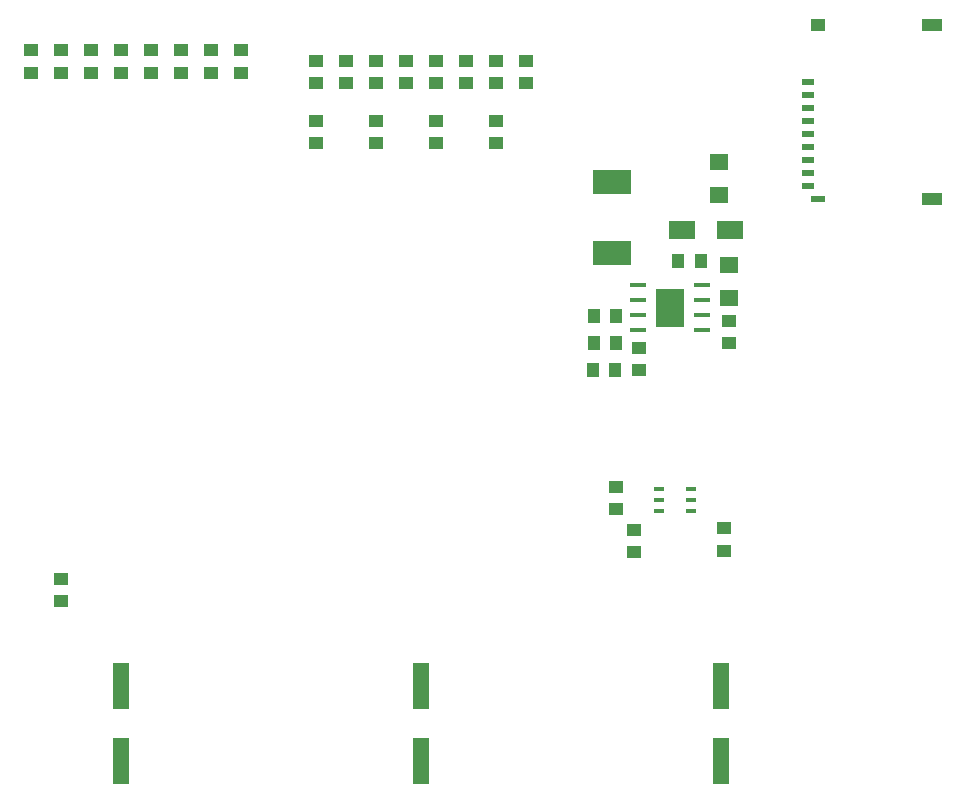
<source format=gbr>
G04 DipTrace 3.3.1.3*
G04 TopPaste.gbr*
%MOIN*%
G04 #@! TF.FileFunction,Paste,Top*
G04 #@! TF.Part,Single*
%ADD60R,0.035307X0.015622*%
%ADD62R,0.09515X0.130189*%
%ADD64R,0.054992X0.016016*%
%ADD74R,0.129795X0.08452*%
%ADD76R,0.047118X0.023496*%
%ADD78R,0.047118X0.039244*%
%ADD80R,0.07074X0.039244*%
%ADD82R,0.043181X0.019559*%
%ADD92R,0.090425X0.058929*%
%ADD94R,0.062866X0.054992*%
%ADD96R,0.043181X0.051055*%
%ADD98R,0.051055X0.043181*%
%ADD100R,0.054992X0.155386*%
%FSLAX26Y26*%
G04*
G70*
G90*
G75*
G01*
G04 TopPaste*
%LPD*%
D100*
X1093700Y1068700D3*
Y1316731D3*
D98*
X1843700Y3326180D3*
Y3400983D3*
X2043700Y3326180D3*
Y3400983D3*
X2243700Y3326180D3*
Y3400983D3*
X2443700Y3326180D3*
Y3400983D3*
D100*
X2093700Y1068700D3*
Y1316731D3*
D98*
X893700Y3361417D3*
Y3436220D3*
X1093700Y3361417D3*
Y3436220D3*
X1293700Y3361417D3*
Y3436220D3*
X1493700Y3361417D3*
Y3436220D3*
D100*
X3093700Y1068700D3*
Y1316731D3*
D96*
X2952700Y2733700D3*
X3027503D3*
D94*
X3121700Y2720700D3*
Y2610464D3*
D96*
X2744700Y2551700D3*
X2669897D3*
D94*
X3088466Y2953721D3*
Y3063957D3*
D98*
X2806200Y1837449D3*
Y1762646D3*
X3106200Y1843700D3*
Y1768897D3*
D92*
X2965700Y2837700D3*
X3123180D3*
D82*
X3383700Y3331700D3*
Y3288393D3*
Y3245086D3*
Y3201779D3*
Y3158472D3*
Y3115165D3*
Y3071857D3*
Y3028550D3*
Y2985243D3*
D80*
X3799054Y3519889D3*
D78*
X3417165D3*
D76*
Y2941936D3*
D80*
X3799054D3*
D74*
X2732254Y2759991D3*
Y2998180D3*
D98*
X1743700Y3200983D3*
Y3126180D3*
X1943700Y3200983D3*
Y3126180D3*
X2143700Y3200983D3*
Y3126180D3*
X2343700Y3200983D3*
Y3126180D3*
X3121700Y2460700D3*
Y2535503D3*
X1743700Y3400983D3*
Y3326180D3*
X1943700Y3400983D3*
Y3326180D3*
X2143700Y3400983D3*
Y3326180D3*
X2343700Y3400983D3*
Y3326180D3*
X793700Y3436220D3*
Y3361417D3*
X993700Y3436220D3*
Y3361417D3*
X1193700Y3436220D3*
Y3361417D3*
X1393700Y3436220D3*
Y3361417D3*
D96*
X2744700Y2460700D3*
X2669897D3*
X2666700Y2369700D3*
X2741503D3*
D98*
X2822700D3*
Y2444503D3*
X2743700Y1906200D3*
Y1981003D3*
X893700Y1599951D3*
Y1674754D3*
D64*
X2819745Y2653752D3*
Y2603752D3*
Y2553752D3*
Y2503752D3*
X3032343D3*
Y2553752D3*
Y2603752D3*
Y2653752D3*
D62*
X2926044Y2578752D3*
D60*
X2993700Y1899949D3*
Y1937351D3*
Y1974752D3*
X2887401D3*
Y1937351D3*
Y1899949D3*
M02*

</source>
